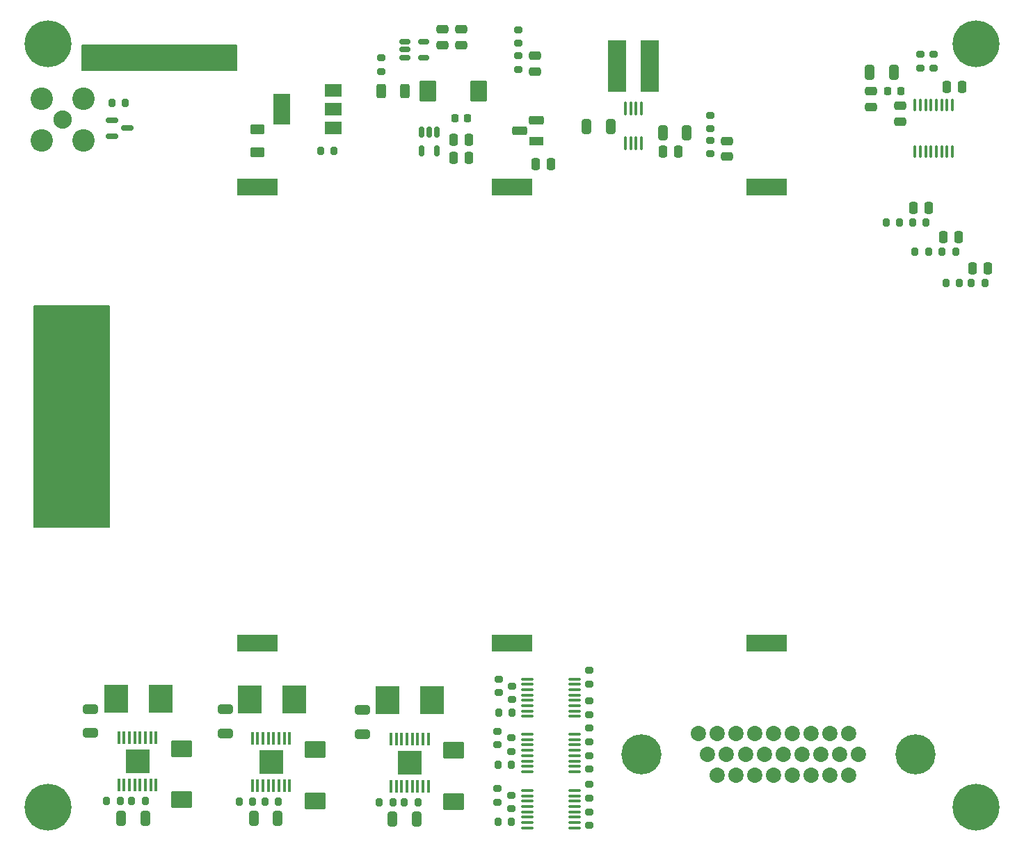
<source format=gbr>
%TF.GenerationSoftware,KiCad,Pcbnew,(6.0.2)*%
%TF.CreationDate,2023-06-26T13:18:54+02:00*%
%TF.ProjectId,LTPS_A,4c545053-5f41-42e6-9b69-6361645f7063,rev?*%
%TF.SameCoordinates,Original*%
%TF.FileFunction,Soldermask,Top*%
%TF.FilePolarity,Negative*%
%FSLAX46Y46*%
G04 Gerber Fmt 4.6, Leading zero omitted, Abs format (unit mm)*
G04 Created by KiCad (PCBNEW (6.0.2)) date 2023-06-26 13:18:54*
%MOMM*%
%LPD*%
G01*
G04 APERTURE LIST*
G04 Aperture macros list*
%AMRoundRect*
0 Rectangle with rounded corners*
0 $1 Rounding radius*
0 $2 $3 $4 $5 $6 $7 $8 $9 X,Y pos of 4 corners*
0 Add a 4 corners polygon primitive as box body*
4,1,4,$2,$3,$4,$5,$6,$7,$8,$9,$2,$3,0*
0 Add four circle primitives for the rounded corners*
1,1,$1+$1,$2,$3*
1,1,$1+$1,$4,$5*
1,1,$1+$1,$6,$7*
1,1,$1+$1,$8,$9*
0 Add four rect primitives between the rounded corners*
20,1,$1+$1,$2,$3,$4,$5,0*
20,1,$1+$1,$4,$5,$6,$7,0*
20,1,$1+$1,$6,$7,$8,$9,0*
20,1,$1+$1,$8,$9,$2,$3,0*%
G04 Aperture macros list end*
%ADD10C,0.200000*%
%ADD11RoundRect,0.200000X0.275000X-0.200000X0.275000X0.200000X-0.275000X0.200000X-0.275000X-0.200000X0*%
%ADD12R,5.000000X2.000000*%
%ADD13RoundRect,0.250000X-0.325000X-0.650000X0.325000X-0.650000X0.325000X0.650000X-0.325000X0.650000X0*%
%ADD14RoundRect,0.200000X0.200000X0.275000X-0.200000X0.275000X-0.200000X-0.275000X0.200000X-0.275000X0*%
%ADD15RoundRect,0.100000X-0.637500X-0.100000X0.637500X-0.100000X0.637500X0.100000X-0.637500X0.100000X0*%
%ADD16RoundRect,0.100000X0.100000X-0.712500X0.100000X0.712500X-0.100000X0.712500X-0.100000X-0.712500X0*%
%ADD17RoundRect,0.200000X-0.275000X0.200000X-0.275000X-0.200000X0.275000X-0.200000X0.275000X0.200000X0*%
%ADD18RoundRect,0.218750X-0.218750X-0.256250X0.218750X-0.256250X0.218750X0.256250X-0.218750X0.256250X0*%
%ADD19RoundRect,0.250000X-0.250000X-0.475000X0.250000X-0.475000X0.250000X0.475000X-0.250000X0.475000X0*%
%ADD20RoundRect,0.250000X-0.312500X-0.625000X0.312500X-0.625000X0.312500X0.625000X-0.312500X0.625000X0*%
%ADD21RoundRect,0.250000X-0.475000X0.250000X-0.475000X-0.250000X0.475000X-0.250000X0.475000X0.250000X0*%
%ADD22R,2.950000X3.500000*%
%ADD23C,3.600000*%
%ADD24C,5.700000*%
%ADD25RoundRect,0.100000X-0.100000X0.675000X-0.100000X-0.675000X0.100000X-0.675000X0.100000X0.675000X0*%
%ADD26R,3.000000X3.000000*%
%ADD27RoundRect,0.150000X-0.512500X-0.150000X0.512500X-0.150000X0.512500X0.150000X-0.512500X0.150000X0*%
%ADD28RoundRect,0.150000X-0.587500X-0.150000X0.587500X-0.150000X0.587500X0.150000X-0.587500X0.150000X0*%
%ADD29RoundRect,0.250000X0.625000X-0.375000X0.625000X0.375000X-0.625000X0.375000X-0.625000X-0.375000X0*%
%ADD30RoundRect,0.250000X-0.650000X0.325000X-0.650000X-0.325000X0.650000X-0.325000X0.650000X0.325000X0*%
%ADD31RoundRect,0.150000X-0.150000X0.512500X-0.150000X-0.512500X0.150000X-0.512500X0.150000X0.512500X0*%
%ADD32R,1.800000X1.100000*%
%ADD33RoundRect,0.275000X0.625000X-0.275000X0.625000X0.275000X-0.625000X0.275000X-0.625000X-0.275000X0*%
%ADD34C,2.240000*%
%ADD35C,2.740000*%
%ADD36RoundRect,0.200000X-0.200000X-0.275000X0.200000X-0.275000X0.200000X0.275000X-0.200000X0.275000X0*%
%ADD37RoundRect,0.250000X-0.787500X-1.025000X0.787500X-1.025000X0.787500X1.025000X-0.787500X1.025000X0*%
%ADD38R,2.000000X1.500000*%
%ADD39R,2.000000X3.800000*%
%ADD40RoundRect,0.250000X0.325000X0.650000X-0.325000X0.650000X-0.325000X-0.650000X0.325000X-0.650000X0*%
%ADD41R,2.200000X6.300000*%
%ADD42C,4.890000*%
%ADD43C,1.860000*%
%ADD44RoundRect,0.250000X1.025000X-0.787500X1.025000X0.787500X-1.025000X0.787500X-1.025000X-0.787500X0*%
%ADD45RoundRect,0.100000X0.100000X-0.637500X0.100000X0.637500X-0.100000X0.637500X-0.100000X-0.637500X0*%
G04 APERTURE END LIST*
D10*
X85852000Y-72898000D02*
X94996000Y-72898000D01*
X94996000Y-72898000D02*
X94996000Y-99822000D01*
X94996000Y-99822000D02*
X85852000Y-99822000D01*
X85852000Y-99822000D02*
X85852000Y-72898000D01*
G36*
X85852000Y-72898000D02*
G01*
X94996000Y-72898000D01*
X94996000Y-99822000D01*
X85852000Y-99822000D01*
X85852000Y-72898000D01*
G37*
X91694000Y-44196000D02*
X110490000Y-44196000D01*
X110490000Y-44196000D02*
X110490000Y-41148000D01*
X110490000Y-41148000D02*
X91694000Y-41148000D01*
X91694000Y-41148000D02*
X91694000Y-44196000D01*
G36*
X91694000Y-44196000D02*
G01*
X110490000Y-44196000D01*
X110490000Y-41148000D01*
X91694000Y-41148000D01*
X91694000Y-44196000D01*
G37*
D11*
%TO.C,R26*%
X153416000Y-118965000D03*
X153416000Y-117315000D03*
%TD*%
D12*
%TO.C,G1*%
X175000000Y-58500000D03*
X175000000Y-114000000D03*
%TD*%
D13*
%TO.C,C13*%
X187550000Y-44450000D03*
X190500000Y-44450000D03*
%TD*%
D14*
%TO.C,R11*%
X191197000Y-62738000D03*
X189547000Y-62738000D03*
%TD*%
D15*
%TO.C,N11*%
X145854500Y-131953000D03*
X145854500Y-132603000D03*
X145854500Y-133253000D03*
X145854500Y-133903000D03*
X145854500Y-134553000D03*
X145854500Y-135203000D03*
X145854500Y-135853000D03*
X145854500Y-136503000D03*
X151579500Y-136503000D03*
X151579500Y-135853000D03*
X151579500Y-135203000D03*
X151579500Y-134553000D03*
X151579500Y-133903000D03*
X151579500Y-133253000D03*
X151579500Y-132603000D03*
X151579500Y-131953000D03*
%TD*%
D16*
%TO.C,N1*%
X157800400Y-53090300D03*
X158450400Y-53090300D03*
X159100400Y-53090300D03*
X159750400Y-53090300D03*
X159750400Y-48865300D03*
X159100400Y-48865300D03*
X158450400Y-48865300D03*
X157800400Y-48865300D03*
%TD*%
D17*
%TO.C,R20*%
X168148000Y-52769000D03*
X168148000Y-54419000D03*
%TD*%
D14*
%TO.C,R6*%
X96962500Y-48250000D03*
X95312500Y-48250000D03*
%TD*%
D18*
%TO.C,Z1*%
X137012500Y-50100000D03*
X138587500Y-50100000D03*
%TD*%
D19*
%TO.C,C10*%
X136850000Y-54900000D03*
X138750000Y-54900000D03*
%TD*%
D20*
%TO.C,R4*%
X128075000Y-46800000D03*
X131000000Y-46800000D03*
%TD*%
D21*
%TO.C,C7*%
X146812000Y-42484000D03*
X146812000Y-44384000D03*
%TD*%
D17*
%TO.C,R35*%
X153416000Y-134557000D03*
X153416000Y-136207000D03*
%TD*%
D11*
%TO.C,R19*%
X168148000Y-51371000D03*
X168148000Y-49721000D03*
%TD*%
D17*
%TO.C,R30*%
X153416000Y-127699000D03*
X153416000Y-129349000D03*
%TD*%
%TO.C,R2*%
X144780000Y-42482000D03*
X144780000Y-44132000D03*
%TD*%
D21*
%TO.C,C2*%
X137777000Y-39248000D03*
X137777000Y-41148000D03*
%TD*%
D12*
%TO.C,G3*%
X113010000Y-58500000D03*
X113010000Y-114000000D03*
%TD*%
D22*
%TO.C,L4*%
X128821000Y-120950000D03*
X134271000Y-120950000D03*
%TD*%
D14*
%TO.C,R5*%
X122325000Y-54100000D03*
X120675000Y-54100000D03*
%TD*%
D23*
%TO.C,MECH1*%
X87500000Y-134000000D03*
D24*
X87500000Y-134000000D03*
%TD*%
D25*
%TO.C,N5*%
X100685000Y-125487000D03*
X100035000Y-125487000D03*
X99385000Y-125487000D03*
X98735000Y-125487000D03*
X98085000Y-125487000D03*
X97435000Y-125487000D03*
X96785000Y-125487000D03*
X96135000Y-125487000D03*
X96135000Y-131237000D03*
X96785000Y-131237000D03*
X97435000Y-131237000D03*
X98085000Y-131237000D03*
X98735000Y-131237000D03*
X99385000Y-131237000D03*
X100035000Y-131237000D03*
X100685000Y-131237000D03*
D26*
X98410000Y-128362000D03*
%TD*%
D15*
%TO.C,N9*%
X145854500Y-118364000D03*
X145854500Y-119014000D03*
X145854500Y-119664000D03*
X145854500Y-120314000D03*
X145854500Y-120964000D03*
X145854500Y-121614000D03*
X145854500Y-122264000D03*
X145854500Y-122914000D03*
X151579500Y-122914000D03*
X151579500Y-122264000D03*
X151579500Y-121614000D03*
X151579500Y-120964000D03*
X151579500Y-120314000D03*
X151579500Y-119664000D03*
X151579500Y-119014000D03*
X151579500Y-118364000D03*
%TD*%
D19*
%TO.C,C17*%
X192852000Y-60960000D03*
X194752000Y-60960000D03*
%TD*%
D27*
%TO.C,N3*%
X130950000Y-40782000D03*
X130950000Y-41732000D03*
X130950000Y-42682000D03*
X133225000Y-42682000D03*
X133225000Y-40782000D03*
%TD*%
D28*
%TO.C,V2*%
X95312500Y-50350000D03*
X95312500Y-52250000D03*
X97187500Y-51300000D03*
%TD*%
D11*
%TO.C,R34*%
X142240000Y-133350000D03*
X142240000Y-131700000D03*
%TD*%
%TO.C,R1*%
X144780000Y-40957000D03*
X144780000Y-39307000D03*
%TD*%
D29*
%TO.C,F1*%
X113000000Y-54200000D03*
X113000000Y-51400000D03*
%TD*%
D17*
%TO.C,R3*%
X128075000Y-42725000D03*
X128075000Y-44375000D03*
%TD*%
D25*
%TO.C,N8*%
X133821000Y-125695000D03*
X133171000Y-125695000D03*
X132521000Y-125695000D03*
X131871000Y-125695000D03*
X131221000Y-125695000D03*
X130571000Y-125695000D03*
X129921000Y-125695000D03*
X129271000Y-125695000D03*
X129271000Y-131445000D03*
X129921000Y-131445000D03*
X130571000Y-131445000D03*
X131221000Y-131445000D03*
X131871000Y-131445000D03*
X132521000Y-131445000D03*
X133171000Y-131445000D03*
X133821000Y-131445000D03*
D26*
X131546000Y-128570000D03*
%TD*%
D23*
%TO.C,MECH3*%
X200500000Y-41000000D03*
D24*
X200500000Y-41000000D03*
%TD*%
D14*
%TO.C,R16*%
X112443000Y-133315000D03*
X110793000Y-133315000D03*
%TD*%
D30*
%TO.C,C16*%
X92695000Y-122012000D03*
X92695000Y-124962000D03*
%TD*%
%TO.C,C27*%
X125831000Y-122142000D03*
X125831000Y-125092000D03*
%TD*%
D31*
%TO.C,N4*%
X134850000Y-51800000D03*
X133900000Y-51800000D03*
X132950000Y-51800000D03*
X132950000Y-54075000D03*
X134850000Y-54075000D03*
%TD*%
D18*
%TO.C,Z2*%
X189712500Y-46736000D03*
X191287500Y-46736000D03*
%TD*%
D32*
%TO.C,N2*%
X146958000Y-52832000D03*
D33*
X144888000Y-51562000D03*
X146958000Y-50292000D03*
%TD*%
D34*
%TO.C,X1*%
X89290000Y-50290000D03*
D35*
X91830000Y-52830000D03*
X91830000Y-47750000D03*
X86750000Y-52830000D03*
X86750000Y-47750000D03*
%TD*%
D24*
%TO.C,MECH2*%
X200500000Y-134000000D03*
D23*
X200500000Y-134000000D03*
%TD*%
D14*
%TO.C,R17*%
X198437000Y-70104000D03*
X196787000Y-70104000D03*
%TD*%
D11*
%TO.C,R31*%
X153416000Y-125984000D03*
X153416000Y-124334000D03*
%TD*%
D21*
%TO.C,C15*%
X191262000Y-48580000D03*
X191262000Y-50480000D03*
%TD*%
D17*
%TO.C,R23*%
X144018000Y-119235000D03*
X144018000Y-120885000D03*
%TD*%
D36*
%TO.C,R18*%
X199898000Y-70104000D03*
X201548000Y-70104000D03*
%TD*%
D14*
%TO.C,R8*%
X96314000Y-133188000D03*
X94664000Y-133188000D03*
%TD*%
D36*
%TO.C,R12*%
X192723000Y-62738000D03*
X194373000Y-62738000D03*
%TD*%
D21*
%TO.C,C14*%
X187706000Y-46802000D03*
X187706000Y-48702000D03*
%TD*%
D37*
%TO.C,C8*%
X133731000Y-46736000D03*
X139956000Y-46736000D03*
%TD*%
D11*
%TO.C,R29*%
X142240000Y-126365000D03*
X142240000Y-124715000D03*
%TD*%
D38*
%TO.C,V1*%
X122250000Y-51300000D03*
D39*
X115950000Y-49000000D03*
D38*
X122250000Y-49000000D03*
X122250000Y-46700000D03*
%TD*%
D40*
%TO.C,C6*%
X156034000Y-51054000D03*
X153084000Y-51054000D03*
%TD*%
D41*
%TO.C,L1*%
X156777000Y-43746000D03*
X160787000Y-43746000D03*
%TD*%
D17*
%TO.C,R28*%
X143891000Y-125540000D03*
X143891000Y-127190000D03*
%TD*%
%TO.C,R25*%
X153416000Y-121061000D03*
X153416000Y-122711000D03*
%TD*%
D25*
%TO.C,N7*%
X116941000Y-125614000D03*
X116291000Y-125614000D03*
X115641000Y-125614000D03*
X114991000Y-125614000D03*
X114341000Y-125614000D03*
X113691000Y-125614000D03*
X113041000Y-125614000D03*
X112391000Y-125614000D03*
X112391000Y-131364000D03*
X113041000Y-131364000D03*
X113691000Y-131364000D03*
X114341000Y-131364000D03*
X114991000Y-131364000D03*
X115641000Y-131364000D03*
X116291000Y-131364000D03*
X116941000Y-131364000D03*
D26*
X114666000Y-128489000D03*
%TD*%
D19*
%TO.C,C1*%
X146878000Y-55626000D03*
X148778000Y-55626000D03*
%TD*%
D11*
%TO.C,R24*%
X142367000Y-120045000D03*
X142367000Y-118395000D03*
%TD*%
D17*
%TO.C,R10*%
X195326000Y-42292000D03*
X195326000Y-43942000D03*
%TD*%
D19*
%TO.C,C9*%
X136850000Y-52700000D03*
X138750000Y-52700000D03*
%TD*%
D30*
%TO.C,C23*%
X109078000Y-122061000D03*
X109078000Y-125011000D03*
%TD*%
D21*
%TO.C,C3*%
X135527000Y-39248000D03*
X135527000Y-41148000D03*
%TD*%
D14*
%TO.C,R27*%
X144018000Y-122428000D03*
X142368000Y-122428000D03*
%TD*%
%TO.C,R7*%
X99362000Y-133188000D03*
X97712000Y-133188000D03*
%TD*%
D42*
%TO.C,X2*%
X159752000Y-127540000D03*
X193072000Y-127540000D03*
D43*
X185000000Y-125000000D03*
X182710000Y-125000000D03*
X180420000Y-125000000D03*
X178130000Y-125000000D03*
X175840000Y-125000000D03*
X173550000Y-125000000D03*
X171260000Y-125000000D03*
X168970000Y-125000000D03*
X166680000Y-125000000D03*
X186145000Y-127540000D03*
X183855000Y-127540000D03*
X181565000Y-127540000D03*
X179275000Y-127540000D03*
X176985000Y-127540000D03*
X174695000Y-127540000D03*
X172405000Y-127540000D03*
X170115000Y-127540000D03*
X167825000Y-127540000D03*
X185000000Y-130080000D03*
X182710000Y-130080000D03*
X180420000Y-130080000D03*
X178130000Y-130080000D03*
X175840000Y-130080000D03*
X173550000Y-130080000D03*
X171260000Y-130080000D03*
X168970000Y-130080000D03*
%TD*%
D14*
%TO.C,R37*%
X143954000Y-135763000D03*
X142304000Y-135763000D03*
%TD*%
D19*
%TO.C,C22*%
X200027000Y-68326000D03*
X201927000Y-68326000D03*
%TD*%
D21*
%TO.C,C24*%
X170180000Y-52832000D03*
X170180000Y-54732000D03*
%TD*%
D22*
%TO.C,L3*%
X112068000Y-120869000D03*
X117518000Y-120869000D03*
%TD*%
D14*
%TO.C,R13*%
X194690000Y-66294000D03*
X193040000Y-66294000D03*
%TD*%
D22*
%TO.C,L2*%
X95812000Y-120742000D03*
X101262000Y-120742000D03*
%TD*%
D15*
%TO.C,N10*%
X145854500Y-125106000D03*
X145854500Y-125756000D03*
X145854500Y-126406000D03*
X145854500Y-127056000D03*
X145854500Y-127706000D03*
X145854500Y-128356000D03*
X145854500Y-129006000D03*
X145854500Y-129656000D03*
X151579500Y-129656000D03*
X151579500Y-129006000D03*
X151579500Y-128356000D03*
X151579500Y-127706000D03*
X151579500Y-127056000D03*
X151579500Y-126406000D03*
X151579500Y-125756000D03*
X151579500Y-125106000D03*
%TD*%
D19*
%TO.C,C18*%
X196471000Y-64516000D03*
X198371000Y-64516000D03*
%TD*%
D44*
%TO.C,C25*%
X136915500Y-133298000D03*
X136915500Y-127073000D03*
%TD*%
D24*
%TO.C,MECH4*%
X87500000Y-41000000D03*
D23*
X87500000Y-41000000D03*
%TD*%
D36*
%TO.C,R14*%
X196342000Y-66294000D03*
X197992000Y-66294000D03*
%TD*%
D19*
%TO.C,C5*%
X162331400Y-54152800D03*
X164231400Y-54152800D03*
%TD*%
D17*
%TO.C,R9*%
X193675000Y-42292000D03*
X193675000Y-43942000D03*
%TD*%
D40*
%TO.C,C26*%
X132386000Y-135428000D03*
X129436000Y-135428000D03*
%TD*%
D14*
%TO.C,R21*%
X132562000Y-133396000D03*
X130912000Y-133396000D03*
%TD*%
D12*
%TO.C,G2*%
X144000000Y-58500000D03*
X144000000Y-114000000D03*
%TD*%
D45*
%TO.C,N6*%
X193051000Y-54170500D03*
X193701000Y-54170500D03*
X194351000Y-54170500D03*
X195001000Y-54170500D03*
X195651000Y-54170500D03*
X196301000Y-54170500D03*
X196951000Y-54170500D03*
X197601000Y-54170500D03*
X197601000Y-48445500D03*
X196951000Y-48445500D03*
X196301000Y-48445500D03*
X195651000Y-48445500D03*
X195001000Y-48445500D03*
X194351000Y-48445500D03*
X193701000Y-48445500D03*
X193051000Y-48445500D03*
%TD*%
D14*
%TO.C,R32*%
X143954000Y-128778000D03*
X142304000Y-128778000D03*
%TD*%
%TO.C,R15*%
X115555000Y-133315000D03*
X113905000Y-133315000D03*
%TD*%
D13*
%TO.C,C4*%
X162331400Y-51866800D03*
X165281400Y-51866800D03*
%TD*%
D14*
%TO.C,R22*%
X129514000Y-133396000D03*
X127864000Y-133396000D03*
%TD*%
D40*
%TO.C,C21*%
X115506000Y-135347000D03*
X112556000Y-135347000D03*
%TD*%
D11*
%TO.C,R36*%
X153416000Y-132842000D03*
X153416000Y-131192000D03*
%TD*%
D19*
%TO.C,C19*%
X196916000Y-46228000D03*
X198816000Y-46228000D03*
%TD*%
D17*
%TO.C,R33*%
X143891000Y-132525000D03*
X143891000Y-134175000D03*
%TD*%
D40*
%TO.C,C12*%
X99377000Y-135347000D03*
X96427000Y-135347000D03*
%TD*%
D44*
%TO.C,C11*%
X103744000Y-133061000D03*
X103744000Y-126836000D03*
%TD*%
%TO.C,C20*%
X120000000Y-133188000D03*
X120000000Y-126963000D03*
%TD*%
M02*

</source>
